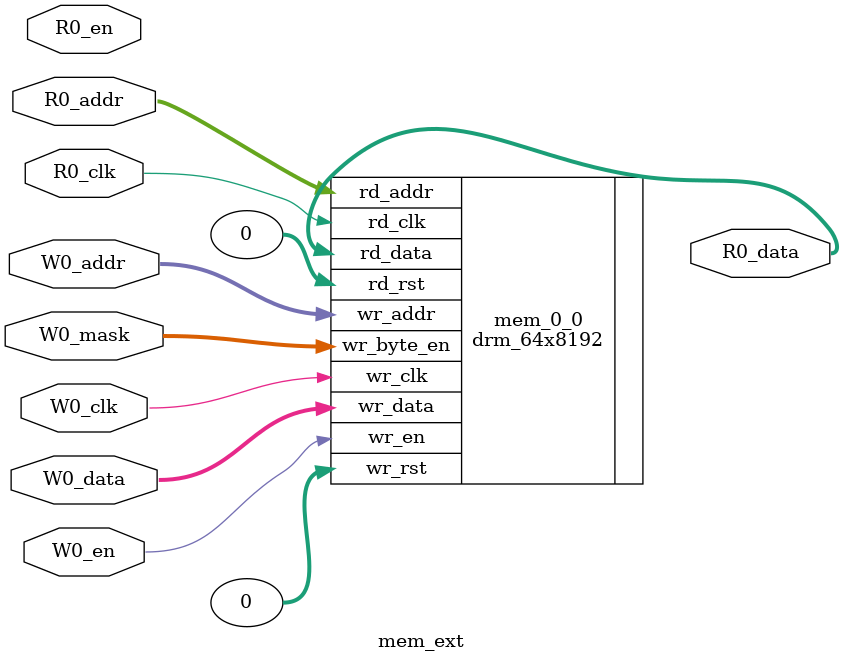
<source format=v>


/**
 .R0_addr(mem_ext_R0_addr),
 .R0_en(mem_ext_R0_en),
 .R0_clk(mem_ext_R0_clk),
 .R0_data(mem_ext_R0_data),
 .W0_addr(mem_ext_W0_addr),
 .W0_en(mem_ext_W0_en),
 .W0_clk(mem_ext_W0_clk),
 .W0_data(mem_ext_W0_data),
 .W0_mask(mem_ext_W0_mask)
 */
module mem_ext(input [12:0] R0_addr,
               input R0_clk,
               output [63:0] R0_data,
               input R0_en,
               input [12:0] W0_addr,
               input W0_clk,
               input [63:0] W0_data,
               input W0_en,
               input [7:0] W0_mask);
drm_64x8192 mem_0_0 (
.wr_data(W0_data),
.wr_addr(W0_addr),
.wr_en(W0_en),
.wr_byte_en(W0_mask),
.wr_clk(W0_clk),
.wr_rst(0),
.rd_addr(R0_addr),
.rd_data(R0_data),
.rd_clk(R0_clk),
.rd_rst(0)
);
endmodule

</source>
